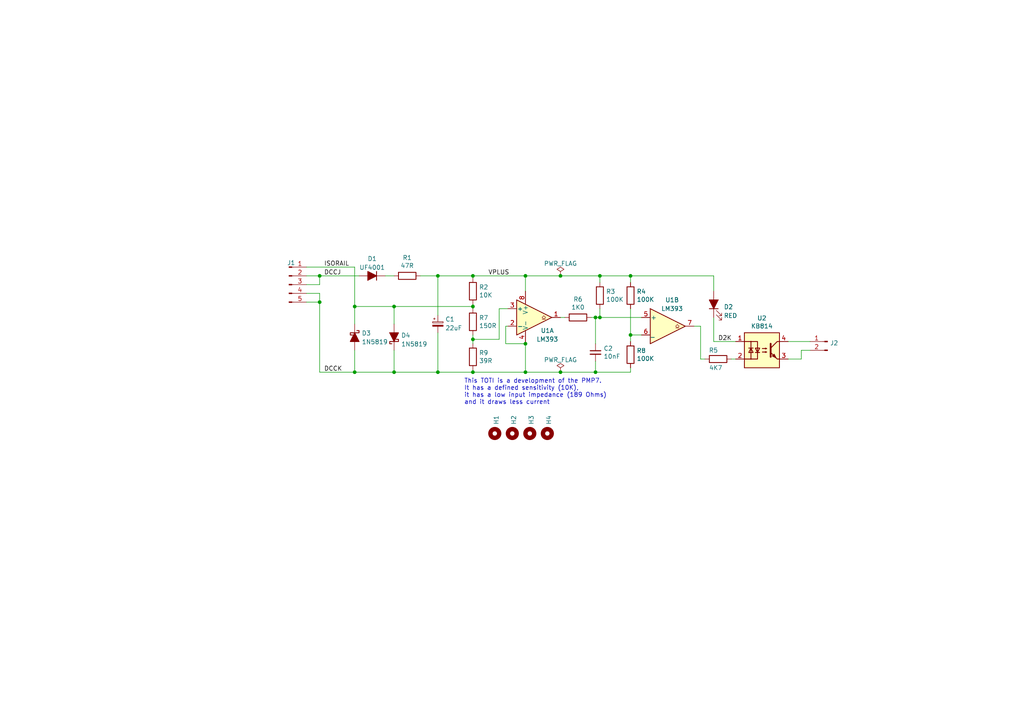
<source format=kicad_sch>
(kicad_sch (version 20211123) (generator eeschema)
  (paper "A4")
  (title_block (title "Super TOTI") (date "2022-09-19") (rev "A"))
  (lib_symbols
    (symbol "Comparator:LM393" (pin_names (offset 0.127))
      (property "Reference" "U" (at 3.81 3.81 0))
      (property "Value" "LM393" (at 6.35 -3.81 0))
      (symbol "LM393_1_1"
        (polyline (pts (xy -5.08 5.08) (xy 5.08 0) (xy -5.08 -5.08) (xy -5.08 5.08)) (stroke (width 0.254)) (fill (type background)))
        (polyline (pts (xy 3.302 -0.508) (xy 2.794 -0.508) (xy 3.302 0) (xy 2.794 0.508) (xy 2.286 0) (xy 2.794 -0.508) (xy 2.286 -0.508)) (stroke (width 0.127)))
        (pin open_collector line (at 7.62 0 180) (length 2.54) (name "~") (number "1"))
        (pin input line (at -7.62 -2.54 0) (length 2.54) (name "-") (number "2"))
        (pin input line (at -7.62 2.54 0) (length 2.54) (name "+") (number "3"))
      )
      (symbol "LM393_2_1"
        (polyline (pts (xy -5.08 5.08) (xy 5.08 0) (xy -5.08 -5.08) (xy -5.08 5.08)) (stroke (width 0.254)) (fill (type background)))
        (polyline (pts (xy 3.302 -0.508) (xy 2.794 -0.508) (xy 3.302 0) (xy 2.794 0.508) (xy 2.286 0) (xy 2.794 -0.508) (xy 2.286 -0.508)) (stroke (width 0.127)))
        (pin input line (at -7.62 2.54 0) (length 2.54) (name "+") (number "5"))
        (pin input line (at -7.62 -2.54 0) (length 2.54) (name "_") (number "6"))
        (pin open_collector line (at 7.62 0 180) (length 2.54) (name "~") (number "7"))
      )
      (symbol "LM393_3_1"
        (pin power_in line (at -2.54 -7.62 90) (length 3.81) (name "V-") (number "4"))
        (pin power_in line (at -2.54 7.62 270) (length 3.81) (name "V+") (number "8"))
      )
    )
    (symbol "Connector:Conn_01x02_Male" (pin_names (offset 1.016) hide)
      (property "Reference" "J" (at 0 2.54 0))
      (property "Value" "Conn_01x02_Male" (at 0 -5.08 0))
      (symbol "Conn_01x02_Male_1_1"
        (polyline (pts (xy 1.27 -2.54) (xy 0.8636 -2.54)) (stroke (width 0.1524)))
        (polyline (pts (xy 1.27 0) (xy 0.8636 0)) (stroke (width 0.1524)))
        (rectangle (start 0.8636 -2.413) (end 0 -2.667) (stroke (width 0.1524)) (fill (type outline)))
        (rectangle (start 0.8636 0.127) (end 0 -0.127) (stroke (width 0.1524)) (fill (type outline)))
        (pin passive line (at 5.08 0 180) (length 3.81) (name "Pin_1") (number "1"))
        (pin passive line (at 5.08 -2.54 180) (length 3.81) (name "Pin_2") (number "2"))
      )
    )
    (symbol "Connector:Conn_01x05_Male" (pin_names (offset 1.016) hide)
      (property "Reference" "J" (at 0 7.62 0))
      (property "Value" "Conn_01x05_Male" (at 0 -7.62 0))
      (symbol "Conn_01x05_Male_1_1"
        (polyline (pts (xy 1.27 -5.08) (xy 0.8636 -5.08)) (stroke (width 0.1524)))
        (polyline (pts (xy 1.27 -2.54) (xy 0.8636 -2.54)) (stroke (width 0.1524)))
        (polyline (pts (xy 1.27 0) (xy 0.8636 0)) (stroke (width 0.1524)))
        (polyline (pts (xy 1.27 2.54) (xy 0.8636 2.54)) (stroke (width 0.1524)))
        (polyline (pts (xy 1.27 5.08) (xy 0.8636 5.08)) (stroke (width 0.1524)))
        (rectangle (start 0.8636 -4.953) (end 0 -5.207) (stroke (width 0.1524)) (fill (type outline)))
        (rectangle (start 0.8636 -2.413) (end 0 -2.667) (stroke (width 0.1524)) (fill (type outline)))
        (rectangle (start 0.8636 0.127) (end 0 -0.127) (stroke (width 0.1524)) (fill (type outline)))
        (rectangle (start 0.8636 2.667) (end 0 2.413) (stroke (width 0.1524)) (fill (type outline)))
        (rectangle (start 0.8636 5.207) (end 0 4.953) (stroke (width 0.1524)) (fill (type outline)))
        (pin passive line (at 5.08 5.08 180) (length 3.81) (name "Pin_1") (number "1"))
        (pin passive line (at 5.08 2.54 180) (length 3.81) (name "Pin_2") (number "2"))
        (pin passive line (at 5.08 0 180) (length 3.81) (name "Pin_3") (number "3"))
        (pin passive line (at 5.08 -2.54 180) (length 3.81) (name "Pin_4") (number "4"))
        (pin passive line (at 5.08 -5.08 180) (length 3.81) (name "Pin_5") (number "5"))
      )
    )
    (symbol "Device:C_Polarized_Small" (pin_numbers hide) (pin_names (offset 0.254) hide)
      (property "Reference" "C" (at 0.254 1.778 0))
      (property "Value" "C_Polarized_Small" (at 0.254 -2.032 0))
      (symbol "C_Polarized_Small_0_1"
        (rectangle (start -1.524 -0.3048) (end 1.524 -0.6858) (fill (type outline)))
        (rectangle (start -1.524 0.6858) (end 1.524 0.3048))
        (polyline (pts (xy -1.27 1.524) (xy -0.762 1.524)))
        (polyline (pts (xy -1.016 1.27) (xy -1.016 1.778)))
      )
      (symbol "C_Polarized_Small_1_1"
        (pin passive line (at 0 2.54 270) (length 1.8542) (name "~") (number "1"))
        (pin passive line (at 0 -2.54 90) (length 1.8542) (name "~") (number "2"))
      )
    )
    (symbol "Device:C_Small" (pin_numbers hide) (pin_names (offset 0.254) hide)
      (property "Reference" "C" (at 0.254 1.778 0))
      (property "Value" "C_Small" (at 0.254 -2.032 0))
      (symbol "C_Small_0_1"
        (polyline (pts (xy -1.524 -0.508) (xy 1.524 -0.508)) (stroke (width 0.3302)))
        (polyline (pts (xy -1.524 0.508) (xy 1.524 0.508)) (stroke (width 0.3048)))
      )
      (symbol "C_Small_1_1"
        (pin passive line (at 0 2.54 270) (length 2.032) (name "~") (number "1"))
        (pin passive line (at 0 -2.54 90) (length 2.032) (name "~") (number "2"))
      )
    )
    (symbol "Device:D_Filled" (pin_numbers hide) (pin_names (offset 1.016) hide)
      (property "Reference" "D" (at 0 2.54 0))
      (property "Value" "D_Filled" (at 0 -2.54 0))
      (symbol "D_Filled_0_1"
        (polyline (pts (xy -1.27 1.27) (xy -1.27 -1.27)) (stroke (width 0.254)))
        (polyline (pts (xy 1.27 0) (xy -1.27 0)))
        (polyline (pts (xy 1.27 1.27) (xy 1.27 -1.27) (xy -1.27 0) (xy 1.27 1.27)) (stroke (width 0.254)) (fill (type outline)))
      )
      (symbol "D_Filled_1_1"
        (pin passive line (at -3.81 0 0) (length 2.54) (name "K") (number "1"))
        (pin passive line (at 3.81 0 180) (length 2.54) (name "A") (number "2"))
      )
    )
    (symbol "Device:D_Schottky_Filled" (pin_numbers hide) (pin_names (offset 1.016) hide)
      (property "Reference" "D" (at 0 2.54 0))
      (property "Value" "D_Schottky_Filled" (at 0 -2.54 0))
      (symbol "D_Schottky_Filled_0_1"
        (polyline (pts (xy 1.27 0) (xy -1.27 0)))
        (polyline (pts (xy 1.27 1.27) (xy 1.27 -1.27) (xy -1.27 0) (xy 1.27 1.27)) (stroke (width 0.254)) (fill (type outline)))
        (polyline (pts (xy -1.905 0.635) (xy -1.905 1.27) (xy -1.27 1.27) (xy -1.27 -1.27) (xy -0.635 -1.27) (xy -0.635 -0.635)) (stroke (width 0.254)))
      )
      (symbol "D_Schottky_Filled_1_1"
        (pin passive line (at -3.81 0 0) (length 2.54) (name "K") (number "1"))
        (pin passive line (at 3.81 0 180) (length 2.54) (name "A") (number "2"))
      )
    )
    (symbol "Device:LED_Filled" (pin_numbers hide) (pin_names (offset 1.016) hide)
      (property "Reference" "D" (at 0 2.54 0))
      (property "Value" "LED_Filled" (at 0 -2.54 0))
      (symbol "LED_Filled_0_1"
        (polyline (pts (xy -1.27 -1.27) (xy -1.27 1.27)) (stroke (width 0.254)))
        (polyline (pts (xy -1.27 0) (xy 1.27 0)))
        (polyline (pts (xy 1.27 -1.27) (xy 1.27 1.27) (xy -1.27 0) (xy 1.27 -1.27)) (stroke (width 0.254)) (fill (type outline)))
        (polyline (pts (xy -3.048 -0.762) (xy -4.572 -2.286) (xy -3.81 -2.286) (xy -4.572 -2.286) (xy -4.572 -1.524)))
        (polyline (pts (xy -1.778 -0.762) (xy -3.302 -2.286) (xy -2.54 -2.286) (xy -3.302 -2.286) (xy -3.302 -1.524)))
      )
      (symbol "LED_Filled_1_1"
        (pin passive line (at -3.81 0 0) (length 2.54) (name "K") (number "1"))
        (pin passive line (at 3.81 0 180) (length 2.54) (name "A") (number "2"))
      )
    )
    (symbol "Device:R" (pin_numbers hide) (pin_names (offset 0))
      (property "Reference" "R" (at 2.032 0 90))
      (property "Value" "R" (at 0 0 90))
      (symbol "R_0_1"
        (rectangle (start -1.016 -2.54) (end 1.016 2.54) (stroke (width 0.254)))
      )
      (symbol "R_1_1"
        (pin passive line (at 0 3.81 270) (length 1.27) (name "~") (number "1"))
        (pin passive line (at 0 -3.81 90) (length 1.27) (name "~") (number "2"))
      )
    )
    (symbol "Isolator:SFH620A-1" (pin_names (offset 1.016))
      (property "Reference" "U" (at -4.064 6.35 0))
      (property "Value" "SFH620A-1" (at -5.334 -6.604 0))
      (symbol "SFH620A-1_0_1"
        (rectangle (start -5.08 5.08) (end 5.08 -5.08) (stroke (width 0.254)) (fill (type background)))
      )
      (symbol "SFH620A-1_1_1"
        (circle (center -3.175 -2.54) (radius 0.127))
        (circle (center -3.175 2.54) (radius 0.127))
        (polyline (pts (xy -3.81 0.635) (xy -2.54 0.635)) (stroke (width 0.254)))
        (polyline (pts (xy -1.905 -0.635) (xy -0.635 -0.635)) (stroke (width 0.254)))
        (polyline (pts (xy 2.54 1.905) (xy 2.54 -1.905) (xy 2.54 -1.905)) (stroke (width 0.508)))
        (polyline (pts (xy 5.08 -2.54) (xy 4.445 -2.54) (xy 2.54 -0.635)) (stroke (width 0.254)))
        (polyline (pts (xy 5.08 2.54) (xy 4.445 2.54) (xy 2.54 0.635)) (stroke (width 0.254)))
        (polyline (pts (xy -5.08 2.54) (xy -3.175 2.54) (xy -3.175 -2.54) (xy -5.08 -2.54)) (stroke (width 0.254)))
        (polyline (pts (xy -3.175 -2.54) (xy -1.27 -2.54) (xy -1.27 2.54) (xy -3.175 2.54)) (stroke (width 0.254)))
        (polyline (pts (xy -3.175 0.635) (xy -3.81 -0.635) (xy -2.54 -0.635) (xy -3.175 0.635)) (stroke (width 0.254)))
        (polyline (pts (xy -1.27 -0.635) (xy -1.905 0.635) (xy -0.635 0.635) (xy -1.27 -0.635)) (stroke (width 0.254)))
        (polyline (pts (xy 0.127 -0.508) (xy 1.397 -0.508) (xy 1.016 -0.635) (xy 1.016 -0.381) (xy 1.397 -0.508)) (stroke (width 0.254)))
        (polyline (pts (xy 0.127 0.508) (xy 1.397 0.508) (xy 1.016 0.381) (xy 1.016 0.635) (xy 1.397 0.508)) (stroke (width 0.254)))
        (polyline (pts (xy 3.048 -1.651) (xy 3.556 -1.143) (xy 4.064 -2.159) (xy 3.048 -1.651) (xy 3.048 -1.651)) (stroke (width 0.254)) (fill (type outline)))
        (pin passive line (at -7.62 2.54 0) (length 2.54) (name "~") (number "1"))
        (pin passive line (at -7.62 -2.54 0) (length 2.54) (name "~") (number "2"))
        (pin passive line (at 7.62 -2.54 180) (length 2.54) (name "~") (number "3"))
        (pin passive line (at 7.62 2.54 180) (length 2.54) (name "~") (number "4"))
      )
    )
    (symbol "Mechanical:MountingHole" (pin_names (offset 1.016))
      (property "Reference" "H" (at 0 5.08 0))
      (property "Value" "MountingHole" (at 0 3.175 0))
      (symbol "MountingHole_0_1"
        (circle (center 0 0) (radius 1.27) (stroke (width 1.27)))
      )
    )
    (symbol "power:PWR_FLAG" (power) (pin_numbers hide) (pin_names (offset 0) hide)
      (property "Value" "PWR_FLAG" (at 0 3.81 0))
      (symbol "PWR_FLAG_0_0"
        (pin power_out line (at 0 0 90) (length 0) (name "pwr") (number "1"))
      )
      (symbol "PWR_FLAG_0_1"
        (polyline (pts (xy 0 0) (xy 0 1.27) (xy -1.016 1.905) (xy 0 2.54) (xy 1.016 1.905) (xy 0 1.27)))
      )
    )
  )
  (junction (at 152.4 99.695))
  (junction (at 102.87 88.9))
  (junction (at 162.56 107.95))
  (junction (at 137.16 107.95))
  (junction (at 182.88 80.01))
  (junction (at 114.3 107.95))
  (junction (at 92.71 87.63))
  (junction (at 182.88 97.155))
  (junction (at 92.71 80.01))
  (junction (at 137.16 98.425))
  (junction (at 114.3 88.9))
  (junction (at 137.16 80.01))
  (junction (at 152.4 107.95))
  (junction (at 127 107.95))
  (junction (at 172.72 92.075))
  (junction (at 172.72 107.95))
  (junction (at 102.87 107.95))
  (junction (at 162.56 80.01))
  (junction (at 173.99 92.075))
  (junction (at 152.4 80.01))
  (junction (at 137.16 88.9))
  (junction (at 173.99 80.01))
  (junction (at 127 80.01))
  (wire (pts (xy 102.87 88.9) (xy 102.87 93.98)))
  (wire (pts (xy 127 80.01) (xy 137.16 80.01)))
  (wire (pts (xy 114.3 88.9) (xy 137.16 88.9)))
  (wire (pts (xy 88.9 85.09) (xy 92.71 85.09)))
  (wire (pts (xy 111.76 80.01) (xy 114.3 80.01)))
  (wire (pts (xy 114.3 101.6) (xy 114.3 107.95)))
  (wire (pts (xy 173.99 92.075) (xy 186.055 92.075)))
  (wire (pts (xy 127 91.44) (xy 127 80.01)))
  (wire (pts (xy 228.6 99.06) (xy 234.95 99.06)))
  (wire (pts (xy 114.3 107.95) (xy 127 107.95)))
  (wire (pts (xy 137.16 98.425) (xy 144.78 98.425)))
  (wire (pts (xy 172.72 99.695) (xy 172.72 92.075)))
  (wire (pts (xy 102.87 88.9) (xy 114.3 88.9)))
  (wire (pts (xy 92.71 87.63) (xy 92.71 85.09)))
  (wire (pts (xy 144.78 89.535) (xy 144.78 98.425)))
  (wire (pts (xy 137.16 80.01) (xy 152.4 80.01)))
  (wire (pts (xy 152.4 80.01) (xy 152.4 84.455)))
  (wire (pts (xy 127 96.52) (xy 127 107.95)))
  (wire (pts (xy 137.16 88.265) (xy 137.16 88.9)))
  (wire (pts (xy 203.2 104.14) (xy 204.47 104.14)))
  (wire (pts (xy 232.41 104.14) (xy 232.41 101.6)))
  (wire (pts (xy 207.01 99.06) (xy 213.36 99.06)))
  (wire (pts (xy 173.99 89.535) (xy 173.99 92.075)))
  (wire (pts (xy 102.87 107.95) (xy 114.3 107.95)))
  (wire (pts (xy 92.71 107.95) (xy 102.87 107.95)))
  (wire (pts (xy 182.88 89.535) (xy 182.88 97.155)))
  (wire (pts (xy 182.88 97.155) (xy 182.88 99.06)))
  (wire (pts (xy 207.01 92.075) (xy 207.01 99.06)))
  (wire (pts (xy 162.56 107.95) (xy 172.72 107.95)))
  (wire (pts (xy 152.4 80.01) (xy 162.56 80.01)))
  (wire (pts (xy 182.88 80.01) (xy 207.01 80.01)))
  (wire (pts (xy 182.88 81.915) (xy 182.88 80.01)))
  (wire (pts (xy 88.9 80.01) (xy 92.71 80.01)))
  (wire (pts (xy 228.6 104.14) (xy 232.41 104.14)))
  (wire (pts (xy 137.16 80.01) (xy 137.16 80.645)))
  (wire (pts (xy 102.87 77.47) (xy 102.87 88.9)))
  (wire (pts (xy 146.685 94.615) (xy 146.685 99.695)))
  (wire (pts (xy 92.71 107.95) (xy 92.71 87.63)))
  (wire (pts (xy 92.71 82.55) (xy 92.71 80.01)))
  (wire (pts (xy 92.71 80.01) (xy 104.14 80.01)))
  (wire (pts (xy 171.45 92.075) (xy 172.72 92.075)))
  (wire (pts (xy 152.4 99.695) (xy 152.4 107.95)))
  (wire (pts (xy 173.99 80.01) (xy 182.88 80.01)))
  (wire (pts (xy 137.16 107.95) (xy 152.4 107.95)))
  (wire (pts (xy 127 107.95) (xy 137.16 107.95)))
  (wire (pts (xy 203.2 94.615) (xy 203.2 104.14)))
  (wire (pts (xy 88.9 77.47) (xy 102.87 77.47)))
  (wire (pts (xy 182.88 107.95) (xy 182.88 106.68)))
  (wire (pts (xy 201.295 94.615) (xy 203.2 94.615)))
  (wire (pts (xy 102.87 101.6) (xy 102.87 107.95)))
  (wire (pts (xy 152.4 107.95) (xy 162.56 107.95)))
  (wire (pts (xy 137.16 107.315) (xy 137.16 107.95)))
  (wire (pts (xy 147.32 89.535) (xy 144.78 89.535)))
  (wire (pts (xy 212.09 104.14) (xy 213.36 104.14)))
  (wire (pts (xy 172.72 104.775) (xy 172.72 107.95)))
  (wire (pts (xy 88.9 82.55) (xy 92.71 82.55)))
  (wire (pts (xy 162.56 80.01) (xy 173.99 80.01)))
  (wire (pts (xy 162.56 92.075) (xy 163.83 92.075)))
  (wire (pts (xy 137.16 97.155) (xy 137.16 98.425)))
  (wire (pts (xy 232.41 101.6) (xy 234.95 101.6)))
  (wire (pts (xy 146.685 99.695) (xy 152.4 99.695)))
  (wire (pts (xy 137.16 98.425) (xy 137.16 99.695)))
  (wire (pts (xy 182.88 97.155) (xy 186.055 97.155)))
  (wire (pts (xy 172.72 107.95) (xy 182.88 107.95)))
  (wire (pts (xy 147.32 94.615) (xy 146.685 94.615)))
  (wire (pts (xy 173.99 80.01) (xy 173.99 81.915)))
  (wire (pts (xy 207.01 80.01) (xy 207.01 84.455)))
  (wire (pts (xy 121.92 80.01) (xy 127 80.01)))
  (wire (pts (xy 88.9 87.63) (xy 92.71 87.63)))
  (wire (pts (xy 172.72 92.075) (xy 173.99 92.075)))
  (wire (pts (xy 114.3 88.9) (xy 114.3 93.98)))
  (wire (pts (xy 137.16 88.9) (xy 137.16 89.535)))
  (text "This TOTI is a development of the PMP7.\nIt has a defined sensitivity (10K),\nit has a low input impedance (189 Ohms)\nand it draws less current\n" (at 134.62 117.475 0) (effects (font (size 1.27 1.27)) (justify left bottom)))
  (label "D2K" (at 208.28 99.06 0))
  (label "DCCK" (at 93.98 107.95 0))
  (label "VPLUS" (at 141.605 80.01 0))
  (label "DCCJ" (at 93.98 80.01 0))
  (label "ISORAIL" (at 93.98 77.47 0))
  (symbol (lib_id "Device:R") (at 137.16 103.505 0) (unit 1)
    (property "Reference" "R9" (at 138.938 102.3366 0) (effects (justify left)))
    (property "Value" "39R" (at 138.938 104.648 0) (effects (justify left)))
    (property "Footprint" "Resistor_THT:R_Axial_DIN0207_L6.3mm_D2.5mm_P10.16mm_Horizontal" (effects hide))
  )
  (symbol (lib_id "Comparator:LM393") (at 193.675 94.615 0) (unit 2)
    (property "Reference" "U1" (at 194.945 86.995 0))
    (property "Value" "LM393" (at 194.945 89.535 0))
    (property "Footprint" "Package_DIP:DIP-8_W7.62mm_Socket" (effects hide))
    (property "Datasheet" "http://www.ti.com/lit/ds/symlink/lm393.pdf" (effects hide))
  )
  (symbol (lib_id "Device:R") (at 137.16 84.455 0) (unit 1)
    (property "Reference" "R2" (at 138.938 83.2866 0) (effects (justify left)))
    (property "Value" "10K" (at 138.938 85.598 0) (effects (justify left)))
    (property "Footprint" "Resistor_THT:R_Axial_DIN0207_L6.3mm_D2.5mm_P10.16mm_Horizontal" (effects hide))
  )
  (symbol (lib_id "Connector:Conn_01x05_Male") (at 83.82 82.55 0) (unit 1)
    (property "Reference" "J1" (at 84.455 76.231 0))
    (property "Value" "Conn_01x05_Male" (effects hide))
    (property "Footprint" "Connector_Molex:Molex_KK-396_5273-05A_1x05_P3.96mm_Vertical" (effects hide))
  )
  (symbol (lib_id "Device:D_Filled") (at 107.95 80.01 180) (unit 1)
    (property "Reference" "D1" (at 107.95 75.0402 0))
    (property "Value" "UF4001" (at 107.95 77.5771 0))
    (property "Footprint" "Diode_THT:D_DO-41_SOD81_P10.16mm_Horizontal" (effects hide))
  )
  (symbol (lib_id "power:PWR_FLAG") (at 162.56 107.95 0) (unit 1)
    (property "Reference" "#FLG02" (effects hide))
    (property "Value" "PWR_FLAG" (at 162.56 104.3742 0))
  )
  (symbol (lib_id "Device:D_Schottky_Filled") (at 102.87 97.79 270) (unit 1)
    (property "Reference" "D3" (at 104.902 96.6378 90) (effects (justify left)))
    (property "Value" "1N5819" (at 104.902 99.1747 90) (effects (justify left)))
    (property "Footprint" "Diode_THT:D_DO-41_SOD81_P10.16mm_Horizontal" (effects hide))
  )
  (symbol (lib_id "Comparator:LM393") (at 154.94 92.075 0) (unit 3)
    (property "Reference" "U1" (effects hide))
    (property "Value" "LM393" (effects hide))
    (property "Footprint" "Package_DIP:DIP-8_W7.62mm_Socket" (effects hide))
    (property "Datasheet" "http://www.ti.com/lit/ds/symlink/lm393.pdf" (effects hide))
  )
  (symbol (lib_id "Isolator:SFH620A-1") (at 220.98 101.6 0) (unit 1)
    (property "Reference" "U2" (at 220.98 92.2782 0))
    (property "Value" "KB814" (at 220.98 94.5896 0))
    (property "Footprint" "Package_DIP:DIP-4_W7.62mm" (effects hide))
    (property "Datasheet" "http://www.vishay.com/docs/83675/sfh620a.pdf" (effects hide))
  )
  (symbol (lib_id "Device:C_Small") (at 172.72 102.235 0) (unit 1)
    (property "Reference" "C2" (at 175.0568 101.0666 0) (effects (justify left)))
    (property "Value" "10nF" (at 175.0568 103.378 0) (effects (justify left)))
    (property "Footprint" "Capacitor_THT:C_Disc_D4.3mm_W1.9mm_P5.00mm" (effects hide))
  )
  (symbol (lib_id "Device:R") (at 208.28 104.14 90) (unit 1)
    (property "Reference" "R5" (at 208.28 101.6 90) (effects (justify left)))
    (property "Value" "4K7" (at 209.55 106.68 90) (effects (justify left)))
    (property "Footprint" "Resistor_THT:R_Axial_DIN0207_L6.3mm_D2.5mm_P10.16mm_Horizontal" (effects hide))
  )
  (symbol (lib_id "Mechanical:MountingHole") (at 153.67 125.73 90) (unit 1)
    (property "Reference" "H3" (at 154.1038 123.19 0) (effects (justify left)))
    (property "Value" "MountingHole" (effects hide))
    (property "Footprint" "MountingHole:MountingHole_2.7mm_M2.5" (effects hide))
  )
  (symbol (lib_id "Device:R") (at 182.88 102.87 0) (unit 1)
    (property "Reference" "R8" (at 184.658 101.7016 0) (effects (justify left)))
    (property "Value" "100K" (at 184.658 104.013 0) (effects (justify left)))
    (property "Footprint" "Resistor_THT:R_Axial_DIN0207_L6.3mm_D2.5mm_P10.16mm_Horizontal" (effects hide))
  )
  (symbol (lib_id "Device:R") (at 182.88 85.725 0) (unit 1)
    (property "Reference" "R4" (at 184.658 84.5566 0) (effects (justify left)))
    (property "Value" "100K" (at 184.658 86.868 0) (effects (justify left)))
    (property "Footprint" "Resistor_THT:R_Axial_DIN0207_L6.3mm_D2.5mm_P10.16mm_Horizontal" (effects hide))
  )
  (symbol (lib_id "power:PWR_FLAG") (at 162.56 80.01 0) (unit 1)
    (property "Reference" "#FLG01" (effects hide))
    (property "Value" "PWR_FLAG" (at 162.56 76.4342 0))
  )
  (symbol (lib_id "Connector:Conn_01x02_Male") (at 240.03 99.06 0) (mirror y) (unit 1)
    (property "Reference" "J2" (at 240.7412 99.4953 0) (effects (justify right)))
    (property "Value" "Conn_01x02_Male" (effects hide))
    (property "Footprint" "Connector_Molex:Molex_KK-254_AE-6410-02A_1x02_P2.54mm_Vertical" (effects hide))
  )
  (symbol (lib_id "Mechanical:MountingHole") (at 143.51 125.73 90) (unit 1)
    (property "Reference" "H1" (at 143.9438 123.19 0) (effects (justify left)))
    (property "Value" "MountingHole" (effects hide))
    (property "Footprint" "MountingHole:MountingHole_2.7mm_M2.5" (effects hide))
  )
  (symbol (lib_id "Device:D_Schottky_Filled") (at 114.3 97.79 90) (unit 1)
    (property "Reference" "D4" (at 116.332 97.2728 90) (effects (justify right)))
    (property "Value" "1N5819" (at 116.332 99.8097 90) (effects (justify right)))
    (property "Footprint" "Diode_THT:D_DO-41_SOD81_P10.16mm_Horizontal" (effects hide))
  )
  (symbol (lib_id "Mechanical:MountingHole") (at 158.75 125.73 90) (unit 1)
    (property "Reference" "H4" (at 159.1838 123.19 0) (effects (justify left)))
    (property "Value" "MountingHole" (effects hide))
    (property "Footprint" "MountingHole:MountingHole_2.7mm_M2.5" (effects hide))
  )
  (symbol (lib_id "Mechanical:MountingHole") (at 148.59 125.73 90) (unit 1)
    (property "Reference" "H2" (at 149.0238 123.19 0) (effects (justify left)))
    (property "Value" "MountingHole" (effects hide))
    (property "Footprint" "MountingHole:MountingHole_2.7mm_M2.5" (effects hide))
  )
  (symbol (lib_id "Device:R") (at 137.16 93.345 0) (unit 1)
    (property "Reference" "R7" (at 138.938 92.1766 0) (effects (justify left)))
    (property "Value" "150R" (at 138.938 94.488 0) (effects (justify left)))
    (property "Footprint" "Resistor_THT:R_Axial_DIN0207_L6.3mm_D2.5mm_P10.16mm_Horizontal" (effects hide))
  )
  (symbol (lib_id "Comparator:LM393") (at 154.94 92.075 0) (unit 1)
    (property "Reference" "U1" (at 158.75 95.885 0))
    (property "Value" "LM393" (at 158.75 98.425 0))
    (property "Footprint" "Package_DIP:DIP-8_W7.62mm_Socket" (effects hide))
    (property "Datasheet" "http://www.ti.com/lit/ds/symlink/lm393.pdf" (effects hide))
  )
  (symbol (lib_id "Device:LED_Filled") (at 207.01 88.265 90) (unit 1)
    (property "Reference" "D2" (at 209.931 89.0178 90) (effects (justify right)))
    (property "Value" "RED" (at 209.931 91.5547 90) (effects (justify right)))
    (property "Footprint" "LED_THT:LED_D3.0mm" (effects hide))
  )
  (symbol (lib_id "Device:R") (at 173.99 85.725 0) (unit 1)
    (property "Reference" "R3" (at 175.768 84.5566 0) (effects (justify left)))
    (property "Value" "100K" (at 175.768 86.868 0) (effects (justify left)))
    (property "Footprint" "Resistor_THT:R_Axial_DIN0207_L6.3mm_D2.5mm_P10.16mm_Horizontal" (effects hide))
  )
  (symbol (lib_id "Device:R") (at 167.64 92.075 270) (unit 1)
    (property "Reference" "R6" (at 167.64 86.8172 90))
    (property "Value" "1K0" (at 167.64 89.1286 90))
    (property "Footprint" "Resistor_THT:R_Axial_DIN0207_L6.3mm_D2.5mm_P10.16mm_Horizontal" (effects hide))
  )
  (symbol (lib_id "Device:R") (at 118.11 80.01 270) (unit 1)
    (property "Reference" "R1" (at 118.11 74.7522 90))
    (property "Value" "47R" (at 118.11 77.0636 90))
    (property "Footprint" "Resistor_THT:R_Axial_DIN0207_L6.3mm_D2.5mm_P10.16mm_Horizontal" (effects hide))
  )
  (symbol (lib_id "Device:C_Polarized_Small") (at 127 93.98 0) (unit 1)
    (property "Reference" "C1" (at 129.159 92.5992 0) (effects (justify left)))
    (property "Value" "22uF" (at 129.159 95.1361 0) (effects (justify left)))
    (property "Footprint" "Capacitor_THT:CP_Radial_D6.3mm_P2.50mm" (effects hide))
  )
)
</source>
